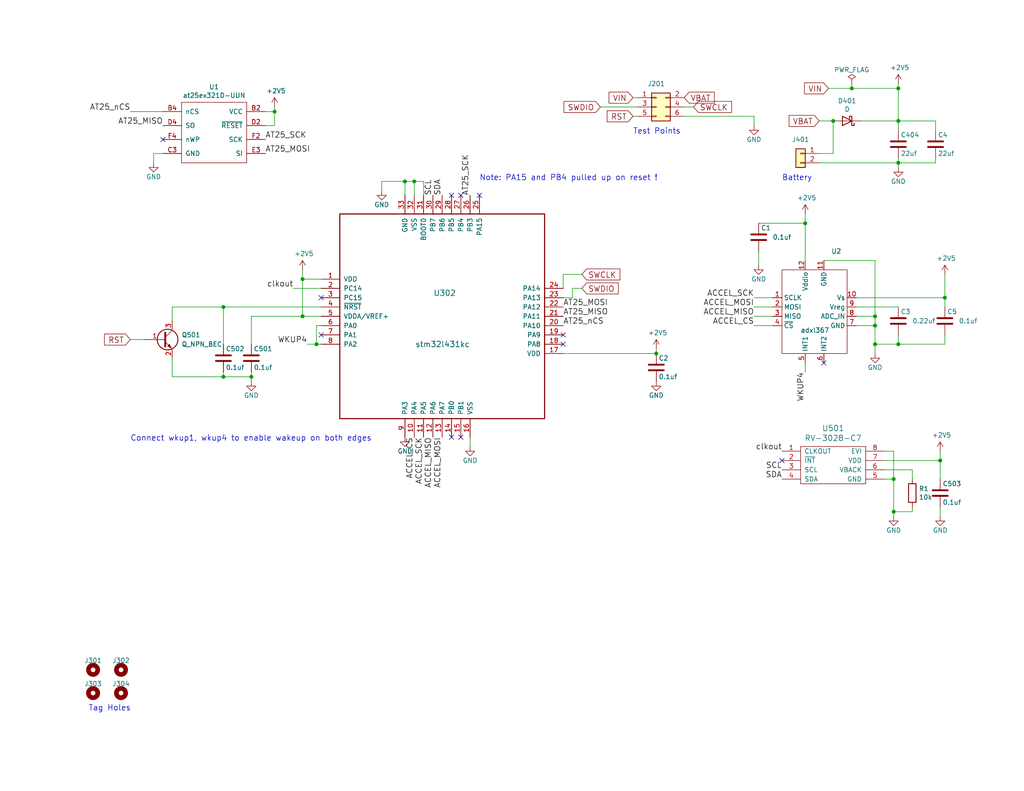
<source format=kicad_sch>
(kicad_sch (version 20211123) (generator eeschema)
  (paper "USLetter")
  (title_block (title "BitTag with External Memory") (date "2021-09-26") (company "IUCS") (comment 1 "Geoffrey Brown"))
  (lib_symbols
    (symbol "BitTagNG:RV-3028-C7-AccelTag" (pin_names (offset 1.016))
      (property "Reference" "U" (at 0 7.62 0))
      (property "Value" "RV-3028-C7-AccelTag" (at 1.27 -7.62 0))
      (symbol "RV-3028-C7-AccelTag_0_1"
        (rectangle (start -8.89 5.08) (end 8.89 -5.08))
      )
      (symbol "RV-3028-C7-AccelTag_1_1"
        (pin input line (at -13.97 3.81 0) (length 5.08) (name "CLKOUT") (number "1"))
        (pin input line (at -13.97 1.27 0) (length 5.08) (name "~{INT}") (number "2"))
        (pin input line (at -13.97 -1.27 0) (length 5.08) (name "SCL") (number "3"))
        (pin input line (at -13.97 -3.81 0) (length 5.08) (name "SDA") (number "4"))
        (pin power_out line (at 13.97 -3.81 180) (length 5.08) (name "GND") (number "5"))
        (pin input line (at 13.97 -1.27 180) (length 5.08) (name "VBACK") (number "6"))
        (pin input line (at 13.97 1.27 180) (length 5.08) (name "VDD") (number "7"))
        (pin input line (at 13.97 3.81 180) (length 5.08) (name "EVI") (number "8"))
      )
    )
    (symbol "BitTagNG:at25ex321D-UUN-AccelTag" (pin_names (offset 1.016))
      (property "Reference" "U" (at 0 7.62 0))
      (property "Value" "at25ex321D-UUN-AccelTag" (at -1.27 -12.7 0))
      (symbol "at25ex321D-UUN-AccelTag_0_1"
        (rectangle (start -8.89 -10.16) (end 8.89 6.35))
      )
      (symbol "at25ex321D-UUN-AccelTag_1_1"
        (pin no_connect line (at -12.7 -12.7 0) (length 5.08) hide (name "NC") (number "A1"))
        (pin no_connect line (at 12.7 -12.7 180) (length 5.08) hide (name "NC") (number "A5"))
        (pin power_in line (at 13.97 3.81 180) (length 5.08) (name "VCC") (number "B2"))
        (pin input line (at -13.97 3.81 0) (length 5.08) (name "nCS") (number "B4"))
        (pin input line (at -13.97 -7.62 0) (length 5.08) (name "GND") (number "C3"))
        (pin input line (at 13.97 0 180) (length 5.08) (name "~{RESET}") (number "D2"))
        (pin output line (at -13.97 0 0) (length 5.08) (name "SO") (number "D4"))
        (pin input line (at 13.97 -7.62 180) (length 5.08) (name "SI") (number "E3"))
        (pin input line (at 13.97 -3.81 180) (length 5.08) (name "SCK") (number "F2"))
        (pin input line (at -13.97 -3.81 0) (length 5.08) (name "nWP") (number "F4"))
        (pin no_connect line (at -12.7 -15.24 0) (length 5.08) hide (name "NC") (number "G1"))
        (pin no_connect line (at 12.7 -15.24 180) (length 5.08) hide (name "NC") (number "G5"))
      )
    )
    (symbol "BitTagNG:stm32l432-AccelTag" (pin_names (offset 1.016))
      (property "Reference" "U" (at 36.83 -3.81 0))
      (property "Value" "stm32l432-AccelTag" (at 59.69 -24.13 0))
      (symbol "stm32l432-AccelTag_1_1"
        (rectangle (start 5.08 17.78) (end 60.96 -38.1) (stroke (width 0.3048)))
        (pin power_in line (at 0 0 0) (length 5.08) (name "VDD") (number "1"))
        (pin bidirectional line (at 25.4 -43.18 90) (length 5.08) (name "PA4") (number "10"))
        (pin bidirectional line (at 27.94 -43.18 90) (length 5.08) (name "PA5") (number "11"))
        (pin bidirectional line (at 30.48 -43.18 90) (length 5.08) (name "PA6") (number "12"))
        (pin bidirectional line (at 33.02 -43.18 90) (length 5.08) (name "PA7") (number "13"))
        (pin bidirectional line (at 35.56 -43.18 90) (length 5.08) (name "PB0") (number "14"))
        (pin bidirectional line (at 38.1 -43.18 90) (length 5.08) (name "PB1") (number "15"))
        (pin input line (at 40.64 -43.18 90) (length 5.08) (name "VSS") (number "16"))
        (pin power_in line (at 66.04 -20.32 180) (length 5.08) (name "VDD") (number "17"))
        (pin bidirectional line (at 66.04 -17.78 180) (length 5.08) (name "PA8") (number "18"))
        (pin bidirectional line (at 66.04 -15.24 180) (length 5.08) (name "PA9") (number "19"))
        (pin bidirectional line (at 0 -2.54 0) (length 5.08) (name "PC14") (number "2"))
        (pin bidirectional line (at 66.04 -12.7 180) (length 5.08) (name "PA10") (number "20"))
        (pin bidirectional line (at 66.04 -10.16 180) (length 5.08) (name "PA11") (number "21"))
        (pin bidirectional line (at 66.04 -7.62 180) (length 5.08) (name "PA12") (number "22"))
        (pin bidirectional line (at 66.04 -5.08 180) (length 5.08) (name "PA13") (number "23"))
        (pin bidirectional line (at 66.04 -2.54 180) (length 5.08) (name "PA14") (number "24"))
        (pin bidirectional line (at 43.18 22.86 270) (length 5.08) (name "PA15") (number "25"))
        (pin bidirectional line (at 40.64 22.86 270) (length 5.08) (name "PB3") (number "26"))
        (pin bidirectional line (at 38.1 22.86 270) (length 5.08) (name "PB4") (number "27"))
        (pin bidirectional line (at 35.56 22.86 270) (length 5.08) (name "PB5") (number "28"))
        (pin bidirectional line (at 33.02 22.86 270) (length 5.08) (name "PB6") (number "29"))
        (pin bidirectional line (at 0 -5.08 0) (length 5.08) (name "PC15") (number "3"))
        (pin bidirectional line (at 30.48 22.86 270) (length 5.08) (name "PB7") (number "30"))
        (pin input line (at 27.94 22.86 270) (length 5.08) (name "BOOT0") (number "31"))
        (pin input line (at 25.4 22.86 270) (length 5.08) (name "VSS") (number "32"))
        (pin input line (at 22.86 22.86 270) (length 5.08) (name "GND") (number "33"))
        (pin bidirectional line (at 0 -7.62 0) (length 5.08) (name "~{NRST}") (number "4"))
        (pin power_in line (at 0 -10.16 0) (length 5.08) (name "VDDA/VREF+") (number "5"))
        (pin bidirectional line (at 0 -12.7 0) (length 5.08) (name "PA0") (number "6"))
        (pin bidirectional line (at 0 -15.24 0) (length 5.08) (name "PA1") (number "7"))
        (pin bidirectional line (at 0 -17.78 0) (length 5.08) (name "PA2") (number "8"))
        (pin bidirectional line (at 22.86 -43.18 90) (length 5.08) (name "PA3") (number "9"))
      )
    )
    (symbol "Connector_Generic:Conn_01x02" (pin_names (offset 1.016) hide)
      (property "Reference" "J" (at 0 2.54 0))
      (property "Value" "Conn_01x02" (at 0 -5.08 0))
      (symbol "Conn_01x02_1_1"
        (rectangle (start -1.27 -2.413) (end 0 -2.667) (stroke (width 0.1524)))
        (rectangle (start -1.27 0.127) (end 0 -0.127) (stroke (width 0.1524)))
        (rectangle (start -1.27 1.27) (end 1.27 -3.81) (stroke (width 0.254)) (fill (type background)))
        (pin passive line (at -5.08 0 0) (length 3.81) (name "Pin_1") (number "1"))
        (pin passive line (at -5.08 -2.54 0) (length 3.81) (name "Pin_2") (number "2"))
      )
    )
    (symbol "Connector_Generic:Conn_02x03_Odd_Even" (pin_names (offset 1.016) hide)
      (property "Reference" "J" (at 1.27 5.08 0))
      (property "Value" "Conn_02x03_Odd_Even" (at 1.27 -5.08 0))
      (symbol "Conn_02x03_Odd_Even_1_1"
        (rectangle (start -1.27 -2.413) (end 0 -2.667) (stroke (width 0.1524)))
        (rectangle (start -1.27 0.127) (end 0 -0.127) (stroke (width 0.1524)))
        (rectangle (start -1.27 2.667) (end 0 2.413) (stroke (width 0.1524)))
        (rectangle (start -1.27 3.81) (end 3.81 -3.81) (stroke (width 0.254)) (fill (type background)))
        (rectangle (start 3.81 -2.413) (end 2.54 -2.667) (stroke (width 0.1524)))
        (rectangle (start 3.81 0.127) (end 2.54 -0.127) (stroke (width 0.1524)))
        (rectangle (start 3.81 2.667) (end 2.54 2.413) (stroke (width 0.1524)))
        (pin passive line (at -5.08 2.54 0) (length 3.81) (name "Pin_1") (number "1"))
        (pin passive line (at 7.62 2.54 180) (length 3.81) (name "Pin_2") (number "2"))
        (pin passive line (at -5.08 0 0) (length 3.81) (name "Pin_3") (number "3"))
        (pin passive line (at 7.62 0 180) (length 3.81) (name "Pin_4") (number "4"))
        (pin passive line (at -5.08 -2.54 0) (length 3.81) (name "Pin_5") (number "5"))
        (pin passive line (at 7.62 -2.54 180) (length 3.81) (name "Pin_6") (number "6"))
      )
    )
    (symbol "Device:C" (pin_numbers hide) (pin_names (offset 0.254))
      (property "Reference" "C" (at 0.635 2.54 0))
      (property "Value" "C" (at 0.635 -2.54 0))
      (symbol "C_0_1"
        (polyline (pts (xy -2.032 -0.762) (xy 2.032 -0.762)) (stroke (width 0.508)))
        (polyline (pts (xy -2.032 0.762) (xy 2.032 0.762)) (stroke (width 0.508)))
      )
      (symbol "C_1_1"
        (pin passive line (at 0 3.81 270) (length 2.794) (name "~") (number "1"))
        (pin passive line (at 0 -3.81 90) (length 2.794) (name "~") (number "2"))
      )
    )
    (symbol "Device:D_Schottky" (pin_numbers hide) (pin_names (offset 1.016) hide)
      (property "Reference" "D" (at 0 2.54 0))
      (property "Value" "D_Schottky" (at 0 -2.54 0))
      (symbol "D_Schottky_0_1"
        (polyline (pts (xy 1.27 0) (xy -1.27 0)))
        (polyline (pts (xy 1.27 1.27) (xy 1.27 -1.27) (xy -1.27 0) (xy 1.27 1.27)) (stroke (width 0.254)))
        (polyline (pts (xy -1.905 0.635) (xy -1.905 1.27) (xy -1.27 1.27) (xy -1.27 -1.27) (xy -0.635 -1.27) (xy -0.635 -0.635)) (stroke (width 0.254)))
      )
      (symbol "D_Schottky_1_1"
        (pin passive line (at -3.81 0 0) (length 2.54) (name "K") (number "1"))
        (pin passive line (at 3.81 0 180) (length 2.54) (name "A") (number "2"))
      )
    )
    (symbol "Device:Q_NPN_BEC" (pin_names (offset 0) hide)
      (property "Reference" "Q" (at 5.08 1.27 0))
      (property "Value" "Q_NPN_BEC" (at 5.08 -1.27 0))
      (symbol "Q_NPN_BEC_0_1"
        (polyline (pts (xy 0.635 0.635) (xy 2.54 2.54)))
        (polyline (pts (xy 0.635 -0.635) (xy 2.54 -2.54) (xy 2.54 -2.54)))
        (polyline (pts (xy 0.635 1.905) (xy 0.635 -1.905) (xy 0.635 -1.905)) (stroke (width 0.508)))
        (polyline (pts (xy 1.27 -1.778) (xy 1.778 -1.27) (xy 2.286 -2.286) (xy 1.27 -1.778) (xy 1.27 -1.778)) (fill (type outline)))
        (circle (center 1.27 0) (radius 2.8194) (stroke (width 0.254)))
      )
      (symbol "Q_NPN_BEC_1_1"
        (pin input line (at -5.08 0 0) (length 5.715) (name "B") (number "1"))
        (pin passive line (at 2.54 -5.08 90) (length 2.54) (name "E") (number "2"))
        (pin passive line (at 2.54 5.08 270) (length 2.54) (name "C") (number "3"))
      )
    )
    (symbol "Device:R" (pin_numbers hide) (pin_names (offset 0))
      (property "Reference" "R" (at 2.032 0 90))
      (property "Value" "R" (at 0 0 90))
      (symbol "R_0_1"
        (rectangle (start -1.016 -2.54) (end 1.016 2.54) (stroke (width 0.254)))
      )
      (symbol "R_1_1"
        (pin passive line (at 0 3.81 270) (length 1.27) (name "~") (number "1"))
        (pin passive line (at 0 -3.81 90) (length 1.27) (name "~") (number "2"))
      )
    )
    (symbol "Mechanical:MountingHole" (pin_names (offset 1.016))
      (property "Reference" "H" (at 0 5.08 0))
      (property "Value" "MountingHole" (at 0 3.175 0))
      (symbol "MountingHole_0_1"
        (circle (center 0 0) (radius 1.27) (stroke (width 1.27)))
      )
    )
    (symbol "adxl367:adxl367"
      (property "Reference" "U" (at 6.35 12.7 0))
      (property "Value" "adxl367" (at 0 -5.08 0))
      (symbol "adxl367_0_1"
        (rectangle (start -8.89 11.43) (end 8.89 -11.43))
      )
      (symbol "adxl367_1_1"
        (pin input line (at -11.43 3.81 0) (length 2.54) (name "SCLK") (number "1"))
        (pin power_in line (at 11.43 3.81 180) (length 2.54) (name "Vs") (number "10"))
        (pin input line (at 2.54 13.97 270) (length 2.54) (name "GND") (number "11"))
        (pin power_in line (at -2.54 13.97 270) (length 2.54) (name "Vddio") (number "12"))
        (pin input line (at -11.43 1.27 0) (length 2.54) (name "MOSI") (number "2"))
        (pin output line (at -11.43 -1.27 0) (length 2.54) (name "MISO") (number "3"))
        (pin input line (at -11.43 -3.81 0) (length 2.54) (name "~{CS}") (number "4"))
        (pin output line (at -2.54 -13.97 90) (length 2.54) (name "INT1") (number "5"))
        (pin output line (at 2.54 -13.97 90) (length 2.54) (name "INT2") (number "6"))
        (pin input line (at 11.43 -3.81 180) (length 2.54) (name "GND") (number "7"))
        (pin input line (at 11.43 -1.27 180) (length 2.54) (name "ADC_IN") (number "8"))
        (pin output line (at 11.43 1.27 180) (length 2.54) (name "Vreg") (number "9"))
      )
    )
    (symbol "power:+2V5" (power) (pin_names (offset 0))
      (property "Value" "+2V5" (at 0 3.556 0))
      (symbol "+2V5_0_1"
        (polyline (pts (xy -0.762 1.27) (xy 0 2.54)))
        (polyline (pts (xy 0 0) (xy 0 2.54)))
        (polyline (pts (xy 0 2.54) (xy 0.762 1.27)))
      )
      (symbol "+2V5_1_1"
        (pin power_in line (at 0 0 90) (length 0) hide (name "+2V5") (number "1"))
      )
    )
    (symbol "power:GND" (power) (pin_names (offset 0))
      (property "Value" "GND" (at 0 -3.81 0))
      (symbol "GND_0_1"
        (polyline (pts (xy 0 0) (xy 0 -1.27) (xy 1.27 -1.27) (xy 0 -2.54) (xy -1.27 -1.27) (xy 0 -1.27)))
      )
      (symbol "GND_1_1"
        (pin power_in line (at 0 0 270) (length 0) hide (name "GND") (number "1"))
      )
    )
    (symbol "power:PWR_FLAG" (power) (pin_numbers hide) (pin_names (offset 0) hide)
      (property "Value" "PWR_FLAG" (at 0 3.81 0))
      (symbol "PWR_FLAG_0_0"
        (pin power_out line (at 0 0 90) (length 0) (name "pwr") (number "1"))
      )
      (symbol "PWR_FLAG_0_1"
        (polyline (pts (xy 0 0) (xy 0 1.27) (xy -1.016 1.905) (xy 0 2.54) (xy 1.016 1.905) (xy 0 1.27)))
      )
    )
  )
  (junction (at 60.96 102.87))
  (junction (at 227.33 33.02))
  (junction (at 86.36 93.98))
  (junction (at 256.54 125.73))
  (junction (at 238.76 86.36))
  (junction (at 82.55 86.36))
  (junction (at 110.49 49.53))
  (junction (at 245.11 93.98))
  (junction (at 238.76 88.9))
  (junction (at 245.11 24.13))
  (junction (at 68.58 102.87))
  (junction (at 232.41 24.13))
  (junction (at 257.81 81.28))
  (junction (at 219.71 60.96))
  (junction (at 60.96 83.82))
  (junction (at 245.11 33.02))
  (junction (at 179.07 96.52))
  (junction (at 243.84 139.7))
  (junction (at 113.03 49.53))
  (junction (at 238.76 93.98))
  (junction (at 243.84 130.81))
  (junction (at 82.55 76.2))
  (junction (at 245.11 44.45))
  (junction (at 74.93 30.48))
  (no_connect (at 44.45 38.1))
  (no_connect (at 123.19 53.34))
  (no_connect (at 153.67 91.44))
  (no_connect (at 87.63 91.44))
  (no_connect (at 123.19 119.38))
  (no_connect (at 130.81 53.34))
  (no_connect (at 153.67 93.98))
  (no_connect (at 87.63 81.28))
  (no_connect (at 125.73 119.38))
  (no_connect (at 125.73 53.34))
  (no_connect (at 213.36 125.73))
  (no_connect (at 224.79 99.06))
  (wire (pts (xy 255.27 44.45) (xy 255.27 43.18)))
  (wire (pts (xy 238.76 86.36) (xy 238.76 88.9)))
  (wire (pts (xy 241.3 123.19) (xy 243.84 123.19)))
  (wire (pts (xy 68.58 93.98) (xy 68.58 86.36)))
  (wire (pts (xy 205.74 31.75) (xy 205.74 34.29)))
  (wire (pts (xy 223.52 33.02) (xy 227.33 33.02)))
  (wire (pts (xy 238.76 71.12) (xy 238.76 86.36)))
  (wire (pts (xy 104.14 49.53) (xy 110.49 49.53)))
  (wire (pts (xy 172.72 26.67) (xy 173.99 26.67)))
  (wire (pts (xy 128.27 119.38) (xy 128.27 121.92)))
  (wire (pts (xy 245.11 93.98) (xy 257.81 93.98)))
  (wire (pts (xy 104.14 52.07) (xy 104.14 49.53)))
  (wire (pts (xy 232.41 24.13) (xy 245.11 24.13)))
  (wire (pts (xy 46.99 83.82) (xy 60.96 83.82)))
  (wire (pts (xy 205.74 88.9) (xy 210.82 88.9)))
  (wire (pts (xy 82.55 86.36) (xy 87.63 86.36)))
  (wire (pts (xy 233.68 81.28) (xy 257.81 81.28)))
  (wire (pts (xy 207.01 68.58) (xy 207.01 72.39)))
  (wire (pts (xy 257.81 81.28) (xy 257.81 74.93)))
  (wire (pts (xy 153.67 78.74) (xy 153.67 74.93)))
  (wire (pts (xy 179.07 95.25) (xy 179.07 96.52)))
  (wire (pts (xy 82.55 86.36) (xy 68.58 86.36)))
  (wire (pts (xy 234.95 33.02) (xy 245.11 33.02)))
  (wire (pts (xy 60.96 101.6) (xy 60.96 102.87)))
  (wire (pts (xy 245.11 33.02) (xy 245.11 35.56)))
  (wire (pts (xy 245.11 22.86) (xy 245.11 24.13)))
  (wire (pts (xy 238.76 88.9) (xy 238.76 93.98)))
  (wire (pts (xy 227.33 33.02) (xy 227.33 41.91)))
  (wire (pts (xy 86.36 93.98) (xy 87.63 93.98)))
  (wire (pts (xy 68.58 101.6) (xy 68.58 102.87)))
  (wire (pts (xy 68.58 102.87) (xy 68.58 104.14)))
  (wire (pts (xy 72.39 30.48) (xy 74.93 30.48)))
  (wire (pts (xy 233.68 86.36) (xy 238.76 86.36)))
  (wire (pts (xy 245.11 44.45) (xy 255.27 44.45)))
  (wire (pts (xy 113.03 49.53) (xy 113.03 53.34)))
  (wire (pts (xy 46.99 102.87) (xy 60.96 102.87)))
  (wire (pts (xy 82.55 73.66) (xy 82.55 76.2)))
  (wire (pts (xy 245.11 33.02) (xy 255.27 33.02)))
  (wire (pts (xy 238.76 93.98) (xy 238.76 96.52)))
  (wire (pts (xy 153.67 74.93) (xy 158.75 74.93)))
  (wire (pts (xy 82.55 76.2) (xy 87.63 76.2)))
  (wire (pts (xy 60.96 83.82) (xy 60.96 93.98)))
  (wire (pts (xy 255.27 33.02) (xy 255.27 35.56)))
  (wire (pts (xy 243.84 130.81) (xy 243.84 139.7)))
  (wire (pts (xy 207.01 60.96) (xy 219.71 60.96)))
  (wire (pts (xy 257.81 81.28) (xy 257.81 83.82)))
  (wire (pts (xy 241.3 128.27) (xy 248.92 128.27)))
  (wire (pts (xy 113.03 49.53) (xy 115.57 49.53)))
  (wire (pts (xy 257.81 93.98) (xy 257.81 91.44)))
  (wire (pts (xy 256.54 138.43) (xy 256.54 140.97)))
  (wire (pts (xy 245.11 44.45) (xy 245.11 45.72)))
  (wire (pts (xy 186.69 31.75) (xy 205.74 31.75)))
  (wire (pts (xy 233.68 83.82) (xy 245.11 83.82)))
  (wire (pts (xy 87.63 88.9) (xy 86.36 88.9)))
  (wire (pts (xy 80.01 78.74) (xy 87.63 78.74)))
  (wire (pts (xy 205.74 86.36) (xy 210.82 86.36)))
  (wire (pts (xy 46.99 87.63) (xy 46.99 83.82)))
  (wire (pts (xy 205.74 81.28) (xy 210.82 81.28)))
  (wire (pts (xy 256.54 125.73) (xy 256.54 130.81)))
  (wire (pts (xy 226.06 24.13) (xy 232.41 24.13)))
  (wire (pts (xy 74.93 34.29) (xy 74.93 30.48)))
  (wire (pts (xy 243.84 139.7) (xy 243.84 140.97)))
  (wire (pts (xy 227.33 41.91) (xy 223.52 41.91)))
  (wire (pts (xy 156.21 78.74) (xy 158.75 78.74)))
  (wire (pts (xy 156.21 81.28) (xy 156.21 78.74)))
  (wire (pts (xy 172.72 31.75) (xy 173.99 31.75)))
  (wire (pts (xy 232.41 22.86) (xy 232.41 24.13)))
  (wire (pts (xy 163.83 29.21) (xy 173.99 29.21)))
  (wire (pts (xy 72.39 34.29) (xy 74.93 34.29)))
  (wire (pts (xy 245.11 91.44) (xy 245.11 93.98)))
  (wire (pts (xy 35.56 92.71) (xy 39.37 92.71)))
  (wire (pts (xy 60.96 102.87) (xy 68.58 102.87)))
  (wire (pts (xy 115.57 49.53) (xy 115.57 53.34)))
  (wire (pts (xy 110.49 49.53) (xy 110.49 53.34)))
  (wire (pts (xy 82.55 76.2) (xy 82.55 86.36)))
  (wire (pts (xy 243.84 123.19) (xy 243.84 130.81)))
  (wire (pts (xy 241.3 130.81) (xy 243.84 130.81)))
  (wire (pts (xy 233.68 88.9) (xy 238.76 88.9)))
  (wire (pts (xy 41.91 41.91) (xy 41.91 44.45)))
  (wire (pts (xy 245.11 93.98) (xy 238.76 93.98)))
  (wire (pts (xy 219.71 99.06) (xy 219.71 101.6)))
  (wire (pts (xy 46.99 97.79) (xy 46.99 102.87)))
  (wire (pts (xy 110.49 49.53) (xy 113.03 49.53)))
  (wire (pts (xy 74.93 30.48) (xy 74.93 29.21)))
  (wire (pts (xy 241.3 125.73) (xy 256.54 125.73)))
  (wire (pts (xy 44.45 41.91) (xy 41.91 41.91)))
  (wire (pts (xy 219.71 60.96) (xy 219.71 71.12)))
  (wire (pts (xy 86.36 93.98) (xy 83.82 93.98)))
  (wire (pts (xy 245.11 24.13) (xy 245.11 33.02)))
  (wire (pts (xy 153.67 81.28) (xy 156.21 81.28)))
  (wire (pts (xy 186.69 29.21) (xy 189.23 29.21)))
  (wire (pts (xy 223.52 44.45) (xy 245.11 44.45)))
  (wire (pts (xy 219.71 60.96) (xy 219.71 58.42)))
  (wire (pts (xy 153.67 96.52) (xy 179.07 96.52)))
  (wire (pts (xy 248.92 128.27) (xy 248.92 130.81)))
  (wire (pts (xy 35.56 30.48) (xy 44.45 30.48)))
  (wire (pts (xy 224.79 71.12) (xy 238.76 71.12)))
  (wire (pts (xy 248.92 138.43) (xy 248.92 139.7)))
  (wire (pts (xy 245.11 43.18) (xy 245.11 44.45)))
  (wire (pts (xy 87.63 83.82) (xy 60.96 83.82)))
  (wire (pts (xy 248.92 139.7) (xy 243.84 139.7)))
  (wire (pts (xy 86.36 88.9) (xy 86.36 93.98)))
  (wire (pts (xy 205.74 83.82) (xy 210.82 83.82)))
  (wire (pts (xy 256.54 123.19) (xy 256.54 125.73)))
  (text "Note: PA15 and PB4 pulled up on reset !" (at 130.81 49.53 0) (effects (font (size 1.524 1.524)) (justify left bottom)))
  (text "Tag Holes" (at 24.13 194.31 0) (effects (font (size 1.524 1.524)) (justify left bottom)))
  (text "Test Points" (at 172.72 36.83 0) (effects (font (size 1.524 1.524)) (justify left bottom)))
  (text "Battery" (at 213.36 49.53 0) (effects (font (size 1.524 1.524)) (justify left bottom)))
  (text "Connect wkup1, wkup4 to enable wakeup on both edges" (at 35.56 120.65 0) (effects (font (size 1.524 1.524)) (justify left bottom)))
  (label "SDA" (at 120.65 53.34 90) (effects (font (size 1.524 1.524))))
  (label "SDA" (at 213.36 130.81 180) (effects (font (size 1.524 1.524))))
  (label "AT25_SCK" (at 72.39 38.1 0) (effects (font (size 1.524 1.524))))
  (label "clkout" (at 213.36 123.19 180) (effects (font (size 1.524 1.524))))
  (label "WKUP4" (at 83.82 93.98 180) (effects (font (size 1.524 1.524))))
  (label "clkout" (at 80.01 78.74 180) (effects (font (size 1.524 1.524))))
  (label "WKUP4" (at 219.71 101.6 270) (effects (font (size 1.524 1.524))))
  (label "AT25_MOSI" (at 153.67 83.82 0) (effects (font (size 1.524 1.524))))
  (label "AT25_nCS" (at 35.56 30.48 180) (effects (font (size 1.524 1.524))))
  (label "ACCEL_MISO" (at 205.74 86.36 180) (effects (font (size 1.524 1.524))))
  (label "AT25_MOSI" (at 72.39 41.91 0) (effects (font (size 1.524 1.524))))
  (label "AT25_nCS" (at 153.67 88.9 0) (effects (font (size 1.524 1.524))))
  (label "ACCEL_SCK" (at 205.74 81.28 180) (effects (font (size 1.524 1.524))))
  (label "ACCEL_MISO" (at 118.11 119.38 270) (effects (font (size 1.524 1.524))))
  (label "ACCEL_MOSI" (at 120.65 119.38 270) (effects (font (size 1.524 1.524))))
  (label "ACCEL_CS" (at 205.74 88.9 180) (effects (font (size 1.524 1.524))))
  (label "ACCEL_SCK" (at 115.57 119.38 270) (effects (font (size 1.524 1.524))))
  (label "AT25_MISO" (at 153.67 86.36 0) (effects (font (size 1.524 1.524))))
  (label "SCL" (at 118.11 53.34 90) (effects (font (size 1.524 1.524))))
  (label "AT25_SCK" (at 128.27 53.34 90) (effects (font (size 1.524 1.524))))
  (label "AT25_MISO" (at 44.45 34.29 180) (effects (font (size 1.524 1.524))))
  (label "SCL" (at 213.36 128.27 180) (effects (font (size 1.524 1.524))))
  (label "ACCEL_CS" (at 113.03 119.38 270) (effects (font (size 1.524 1.524))))
  (label "ACCEL_MOSI" (at 205.74 83.82 180) (effects (font (size 1.524 1.524))))
  (global_label "SWCLK" (shape input) (at 189.23 29.21 0) (effects (font (size 1.524 1.524))) (property "Intersheet References" "${INTERSHEET_REFS}" (effects hide)))
  (global_label "VBAT" (shape input) (at 223.52 33.02 180) (effects (font (size 1.524 1.524))) (property "Intersheet References" "${INTERSHEET_REFS}" (effects hide)))
  (global_label "SWDIO" (shape input) (at 158.75 78.74 0) (effects (font (size 1.524 1.524))) (property "Intersheet References" "${INTERSHEET_REFS}" (effects hide)))
  (global_label "VBAT" (shape input) (at 186.69 26.67 0) (effects (font (size 1.524 1.524))) (property "Intersheet References" "${INTERSHEET_REFS}" (effects hide)))
  (global_label "VIN" (shape input) (at 226.06 24.13 180) (effects (font (size 1.524 1.524))) (property "Intersheet References" "${INTERSHEET_REFS}" (effects hide)))
  (global_label "VIN" (shape input) (at 172.72 26.67 180) (effects (font (size 1.524 1.524))) (property "Intersheet References" "${INTERSHEET_REFS}" (effects hide)))
  (global_label "SWCLK" (shape input) (at 158.75 74.93 0) (effects (font (size 1.524 1.524))) (property "Intersheet References" "${INTERSHEET_REFS}" (effects hide)))
  (global_label "SWDIO" (shape input) (at 163.83 29.21 180) (effects (font (size 1.524 1.524))) (property "Intersheet References" "${INTERSHEET_REFS}" (effects hide)))
  (global_label "RST" (shape input) (at 35.56 92.71 180) (effects (font (size 1.524 1.524))) (property "Intersheet References" "${INTERSHEET_REFS}" (effects hide)))
  (global_label "RST" (shape input) (at 172.72 31.75 180) (effects (font (size 1.524 1.524))) (property "Intersheet References" "${INTERSHEET_REFS}" (effects hide)))
  (symbol (lib_id "BitTagNG:stm32l432-AccelTag") (at 87.63 76.2 0) (unit 1)
    (property "Reference" "U302" (at 124.46 80.01 0) (effects (font (size 1.524 1.524)) (justify right)))
    (property "Value" "stm32l431kc" (at 128.27 93.98 0) (effects (font (size 1.524 1.524)) (justify right)))
    (property "Footprint" "Package_DFN_QFN:QFN-32-1EP_5x5mm_P0.5mm_EP3.45x3.45mm" (effects hide))
    (property "MFN" "STMicroelectronics" (effects hide))
    (property "DISTPN" "497-16578-ND" (effects hide))
    (property "MPN" "STM32L432KCU6" (effects hide))
    (property "LCSC" "C1337280" (effects hide))
  )
  (symbol (lib_id "Device:C") (at 60.96 97.79 0) (unit 1)
    (property "Reference" "C502" (at 61.595 95.25 0) (effects (justify left)))
    (property "Value" "0.1uf" (at 61.595 100.33 0) (effects (justify left)))
    (property "Footprint" "Capacitor_SMD:C_0201_0603Metric" (effects hide))
    (property "Macrofab" "MF-CAP-0402-0.1uF" (effects hide))
    (property "MFN" "Murata" (effects hide))
    (property "MPN" "GRM033C81E104KE14D" (effects hide))
    (property "DISTPN" "490-10403-1-ND" (effects hide))
    (property "LCSC" "C181047" (effects hide))
  )
  (symbol (lib_id "Device:C") (at 68.58 97.79 0) (unit 1)
    (property "Reference" "C501" (at 69.215 95.25 0) (effects (justify left)))
    (property "Value" "0.1uf" (at 69.215 100.33 0) (effects (justify left)))
    (property "Footprint" "Capacitor_SMD:C_0201_0603Metric" (effects hide))
    (property "Macrofab" "MF-CAP-0402-0.1uF" (effects hide))
    (property "MFN" "Murata" (effects hide))
    (property "MPN" "GRM033C81E104KE14D" (effects hide))
    (property "DISTPN" "490-10403-1-ND" (effects hide))
    (property "LCSC" "C181047" (effects hide))
  )
  (symbol (lib_id "Device:Q_NPN_BEC") (at 44.45 92.71 0) (unit 1)
    (property "Reference" "Q501" (at 49.53 91.44 0) (effects (justify left)))
    (property "Value" "Q_NPN_BEC" (at 49.53 93.98 0) (effects (justify left)))
    (property "Footprint" "Package_TO_SOT_SMD:SOT-883" (effects hide))
    (property "MFN" "Nexperia" (effects hide))
    (property "MPN" "BC847AMB,315" (effects hide))
    (property "DISTPN" "1727-2632-1-ND" (effects hide))
    (property "LCSC" "C686658" (effects hide))
  )
  (symbol (lib_id "Device:C") (at 256.54 134.62 0) (unit 1)
    (property "Reference" "C503" (at 257.175 132.08 0) (effects (justify left)))
    (property "Value" "0.1uf" (at 257.175 137.16 0) (effects (justify left)))
    (property "Footprint" "Capacitor_SMD:C_0201_0603Metric" (effects hide))
    (property "MFN" "Murata" (effects hide))
    (property "MPN" "GRM033C81E104KE14D" (effects hide))
    (property "DISTPN" "490-10403-1-ND" (effects hide))
    (property "Macrofab" "MF-CAP-0402-0.1uF" (effects hide))
    (property "LCSC" "C181047" (effects hide))
  )
  (symbol (lib_id "Mechanical:MountingHole") (at 25.4 182.88 0) (unit 1) (in_bom no)
    (property "Reference" "J301" (at 25.4 180.34 0))
    (property "Value" "Conn_01x01" (effects hide))
    (property "Footprint" "AccelTag:taghole1.1mm" (effects hide))
    (property "Populate" "No" (effects hide))
    (property "Config" "DNF" (effects hide))
    (property "DNP" "1" (effects hide))
  )
  (symbol (lib_id "Connector_Generic:Conn_02x03_Odd_Even") (at 179.07 29.21 0) (unit 1) (in_bom no)
    (property "Reference" "J201" (at 179.07 22.86 0))
    (property "Value" "CONN_02X04" (effects hide))
    (property "Footprint" "AccelTag:tagpoints6" (effects hide))
    (property "Populate" "No" (effects hide))
    (property "Config" "DNF" (effects hide))
    (property "DNP" "1" (effects hide))
  )
  (symbol (lib_id "power:GND") (at 41.91 44.45 0) (unit 1)
    (property "Reference" "#PWR0102" (effects hide))
    (property "Value" "GND" (at 41.91 48.26 0))
  )
  (symbol (lib_id "power:GND") (at 68.58 104.14 0) (unit 1)
    (property "Reference" "#PWR0109" (effects hide))
    (property "Value" "GND" (at 68.58 107.95 0))
  )
  (symbol (lib_id "power:GND") (at 128.27 121.92 0) (unit 1)
    (property "Reference" "#PWR0103" (effects hide))
    (property "Value" "GND" (at 128.27 125.73 0))
  )
  (symbol (lib_id "power:+2V5") (at 82.55 73.66 0) (unit 1)
    (property "Reference" "#PWR0105" (effects hide))
    (property "Value" "+2V5" (at 82.931 69.2658 0))
  )
  (symbol (lib_id "power:+2V5") (at 179.07 95.25 0) (unit 1)
    (property "Reference" "#PWR0108" (effects hide))
    (property "Value" "+2V5" (at 179.451 90.8558 0))
  )
  (symbol (lib_id "power:GND") (at 104.14 52.07 0) (unit 1)
    (property "Reference" "#PWR0110" (effects hide))
    (property "Value" "GND" (at 104.14 55.88 0))
  )
  (symbol (lib_id "Mechanical:MountingHole") (at 33.02 182.88 0) (unit 1) (in_bom no)
    (property "Reference" "J302" (at 33.02 180.34 0))
    (property "Value" "Conn_01x01" (effects hide))
    (property "Footprint" "AccelTag:taghole1.1mm" (effects hide))
    (property "Populate" "No" (effects hide))
    (property "Config" "DNF" (effects hide))
    (property "DNP" "1" (effects hide))
  )
  (symbol (lib_id "Mechanical:MountingHole") (at 25.4 189.23 0) (unit 1) (in_bom no)
    (property "Reference" "J303" (at 25.4 186.69 0))
    (property "Value" "Conn_01x01" (effects hide))
    (property "Footprint" "AccelTag:taghole1.1mm" (effects hide))
    (property "Populate" "No" (effects hide))
    (property "Config" "DNF" (effects hide))
    (property "DNP" "1" (effects hide))
  )
  (symbol (lib_id "Mechanical:MountingHole") (at 33.02 189.23 0) (unit 1) (in_bom no)
    (property "Reference" "J304" (at 33.02 186.69 0))
    (property "Value" "Conn_01x01" (effects hide))
    (property "Footprint" "AccelTag:taghole1.1mm" (effects hide))
    (property "Populate" "No" (effects hide))
    (property "Config" "DNF" (effects hide))
    (property "DNP" "1" (effects hide))
  )
  (symbol (lib_id "power:GND") (at 205.74 34.29 0) (unit 1)
    (property "Reference" "#PWR0111" (effects hide))
    (property "Value" "GND" (at 205.74 38.1 0))
  )
  (symbol (lib_id "power:GND") (at 256.54 140.97 0) (unit 1)
    (property "Reference" "#PWR0113" (effects hide))
    (property "Value" "GND" (at 256.54 144.78 0))
  )
  (symbol (lib_id "power:+2V5") (at 256.54 123.19 0) (unit 1)
    (property "Reference" "#PWR0114" (effects hide))
    (property "Value" "+2V5" (at 256.921 118.7958 0))
  )
  (symbol (lib_id "power:+2V5") (at 245.11 22.86 0) (unit 1)
    (property "Reference" "#PWR0115" (effects hide))
    (property "Value" "+2V5" (at 245.491 18.4658 0))
  )
  (symbol (lib_id "power:PWR_FLAG") (at 232.41 22.86 0) (unit 1)
    (property "Reference" "#FLG0102" (effects hide))
    (property "Value" "PWR_FLAG" (at 232.41 19.05 0))
  )
  (symbol (lib_id "power:GND") (at 245.11 45.72 0) (unit 1)
    (property "Reference" "#PWR0116" (effects hide))
    (property "Value" "GND" (at 245.11 49.53 0))
  )
  (symbol (lib_id "Connector_Generic:Conn_01x02") (at 218.44 41.91 0) (mirror y) (unit 1) (in_bom no)
    (property "Reference" "J401" (at 218.44 38.1 0))
    (property "Value" "CONN_01X02" (effects hide))
    (property "Footprint" "AccelTag:MS621" (effects hide))
    (property "Populate" "No" (effects hide))
    (property "Config" "DNF" (effects hide))
    (property "DNP" "1" (effects hide))
  )
  (symbol (lib_id "Device:D_Schottky") (at 231.14 33.02 180) (unit 1)
    (property "Reference" "D401" (at 231.14 27.5336 0))
    (property "Value" "D" (at 231.14 29.845 0))
    (property "Footprint" "Diode_SMD:D_0402_1005Metric" (effects hide))
    (property "MFN" "COMCHIP" (effects hide))
    (property "MPN" "CDBQC0130L-HF" (effects hide))
    (property "DISTPN" "641-1519-1-ND" (effects hide))
    (property "LCSC" "C2886012" (effects hide))
  )
  (symbol (lib_id "Device:C") (at 245.11 39.37 0) (unit 1)
    (property "Reference" "C404" (at 245.745 36.83 0) (effects (justify left)))
    (property "Value" "22uf" (at 245.745 41.91 0) (effects (justify left)))
    (property "Footprint" "Capacitor_SMD:C_0402_1005Metric" (effects hide))
    (property "DISTPN" "478-9839-1-ND" (effects hide))
    (property "MFN" "AVX" (effects hide))
    (property "MPN" "04026D226MAT2A" (effects hide))
    (property "LCSC" "C2179118" (effects hide))
  )
  (symbol (lib_id "power:+2V5") (at 74.93 29.21 0) (unit 1)
    (property "Reference" "#PWR0107" (effects hide))
    (property "Value" "+2V5" (at 75.311 24.8158 0))
  )
  (symbol (lib_id "BitTagNG:RV-3028-C7-AccelTag") (at 227.33 127 0) (unit 1)
    (property "Reference" "U501" (at 227.33 116.9162 0) (effects (font (size 1.524 1.524))))
    (property "Value" "RV-3028-C7" (at 227.33 119.6086 0) (effects (font (size 1.524 1.524))))
    (property "Footprint" "RV-8803-C7" (effects hide))
    (property "DISTPN" "2195-RV-3028-C732.768KHZ1PPM-TA-QACT-ND" (effects hide))
    (property "MFN" "Micro Crystal" (effects hide))
    (property "MPN" "RV-3028-C7 32.768KHZ 1PPM-TA-QA" (effects hide))
    (property "LCSC" "C3019759" (effects hide))
  )
  (symbol (lib_id "Device:R") (at 248.92 134.62 0) (unit 1)
    (property "Reference" "R1" (at 250.698 133.4516 0) (effects (justify left)))
    (property "Value" "10k" (at 250.698 135.763 0) (effects (justify left)))
    (property "Footprint" "Resistor_SMD:R_0201_0603Metric" (effects hide))
    (property "DISTPN" "311-10.0KMCT-ND" (effects hide))
    (property "MFN" "Yaego" (effects hide))
    (property "MPN" "RC0201FR-0710KL" (effects hide))
    (property "Macrofab" "MF-RES-0402-10K" (effects hide))
    (property "LCSC" "C106225" (effects hide))
  )
  (symbol (lib_id "BitTagNG:at25ex321D-UUN-AccelTag") (at 58.42 34.29 0) (unit 1)
    (property "Reference" "U1" (at 58.42 23.749 0))
    (property "Value" "at25ex321D-UUN" (at 58.42 26.0604 0))
    (property "Footprint" "AccelTag:adesto_wlcsp12" (effects hide))
    (property "DISTPN" "724-AT25FF321A-UUN-T" (effects hide))
    (property "MFN" "adesto" (effects hide))
    (property "MPN" "AT25FF321A-UUN-T" (effects hide))
    (property "LCSC" "C1858339" (effects hide))
  )
  (symbol (lib_id "Device:C") (at 207.01 64.77 0) (unit 1)
    (property "Reference" "C1" (at 207.645 62.23 0) (effects (justify left)))
    (property "Value" "0.1uf" (at 210.82 64.77 0) (effects (justify left)))
    (property "Footprint" "Capacitor_SMD:C_0201_0603Metric" (effects hide))
    (property "Macrofab" "MF-CAP-0402-0.1uF" (effects hide))
    (property "MFN" "Murata" (effects hide))
    (property "DISTPN" "490-10403-1-ND" (effects hide))
    (property "MPN" "GRM033C81E104KE14D" (effects hide))
    (property "LCSC" "C181047" (effects hide))
  )
  (symbol (lib_id "power:GND") (at 110.49 119.38 0) (unit 1)
    (property "Reference" "#PWR0117" (effects hide))
    (property "Value" "GND" (at 110.49 123.19 0))
  )
  (symbol (lib_id "Device:C") (at 179.07 100.33 0) (unit 1)
    (property "Reference" "C2" (at 179.705 97.79 0) (effects (justify left)))
    (property "Value" "0.1uf" (at 179.705 102.87 0) (effects (justify left)))
    (property "Footprint" "Capacitor_SMD:C_0201_0603Metric" (effects hide))
    (property "Macrofab" "MF-CAP-0402-0.1uF" (effects hide))
    (property "MFN" "Murata" (effects hide))
    (property "MPN" "GRM033C81E104KE14D" (effects hide))
    (property "DISTPN" "490-10403-1-ND" (effects hide))
    (property "LCSC" "C181047" (effects hide))
  )
  (symbol (lib_id "power:GND") (at 179.07 104.14 0) (unit 1)
    (property "Reference" "#PWR0101" (effects hide))
    (property "Value" "GND" (at 179.07 107.95 0))
  )
  (symbol (lib_id "power:+2V5") (at 219.71 58.42 0) (unit 1)
    (property "Reference" "#PWR0104" (effects hide))
    (property "Value" "+2V5" (at 220.091 54.0258 0))
  )
  (symbol (lib_id "power:GND") (at 238.76 96.52 0) (unit 1)
    (property "Reference" "#PWR0118" (effects hide))
    (property "Value" "GND" (at 238.76 100.33 0))
  )
  (symbol (lib_id "power:GND") (at 207.01 72.39 0) (unit 1)
    (property "Reference" "#PWR0106" (effects hide))
    (property "Value" "GND" (at 207.01 76.2 0))
  )
  (symbol (lib_id "power:+2V5") (at 257.81 74.93 0) (unit 1)
    (property "Reference" "#PWR0119" (effects hide))
    (property "Value" "+2V5" (at 258.191 70.5358 0))
  )
  (symbol (lib_id "power:GND") (at 243.84 140.97 0) (unit 1)
    (property "Reference" "#PWR0112" (effects hide))
    (property "Value" "GND" (at 243.84 144.78 0))
  )
  (symbol (lib_id "adxl367:adxl367") (at 222.25 85.09 0) (unit 1)
    (property "Reference" "U2" (at 226.8094 68.58 0) (effects (justify left)))
    (property "Value" "adxl367" (at 218.44 90.17 0) (effects (justify left)))
    (property "Footprint" "AccelTag:lga12-2.3x2.3" (effects hide))
    (property "Datasheet" "https://www.analog.com/media/en/technical-documentation/data-sheets/adxl367.pdf" (effects hide))
    (property "MPN" "ADXL367BCCZ-RL7" (effects hide))
    (property "DISTPN" "584-ADXL367BCCZ-RL7" (effects hide))
    (property "MFN" "Analog Devices" (effects hide))
  )
  (symbol (lib_id "Device:C") (at 257.81 87.63 0) (unit 1)
    (property "Reference" "C5" (at 258.445 85.09 0) (effects (justify left)))
    (property "Value" "0.1uf" (at 261.62 87.63 0) (effects (justify left)))
    (property "Footprint" "Capacitor_SMD:C_0201_0603Metric" (effects hide))
    (property "Macrofab" "MF-CAP-0402-0.1uF" (effects hide))
    (property "MFN" "Murata" (effects hide))
    (property "DISTPN" "490-10403-1-ND" (effects hide))
    (property "MPN" "GRM033C81E104KE14D" (effects hide))
    (property "LCSC" "C181047" (effects hide))
  )
  (symbol (lib_id "Device:C") (at 245.11 87.63 0) (unit 1)
    (property "Reference" "C3" (at 245.745 85.09 0) (effects (justify left)))
    (property "Value" "0.22uf" (at 248.92 87.63 0) (effects (justify left)))
    (property "Footprint" "Capacitor_SMD:C_0201_0603Metric" (effects hide))
    (property "MFN" "Murata" (effects hide))
    (property "DISTPN" "490-GRM033R61E224ME01DCT-ND" (effects hide))
    (property "MPN" "GRM033R61E224ME01D" (effects hide))
    (property "LCSC" "C710823" (effects hide))
  )
  (symbol (lib_id "Device:C") (at 255.27 39.37 0) (unit 1)
    (property "Reference" "C4" (at 255.905 36.83 0) (effects (justify left)))
    (property "Value" "22uf" (at 255.905 41.91 0) (effects (justify left)))
    (property "Footprint" "Capacitor_SMD:C_0402_1005Metric" (effects hide))
    (property "DISTPN" "478-9839-1-ND" (effects hide))
    (property "MFN" "AVX" (effects hide))
    (property "MPN" "04026D226MAT2A" (effects hide))
    (property "LCSC" "C2179118" (effects hide))
  )
)
</source>
